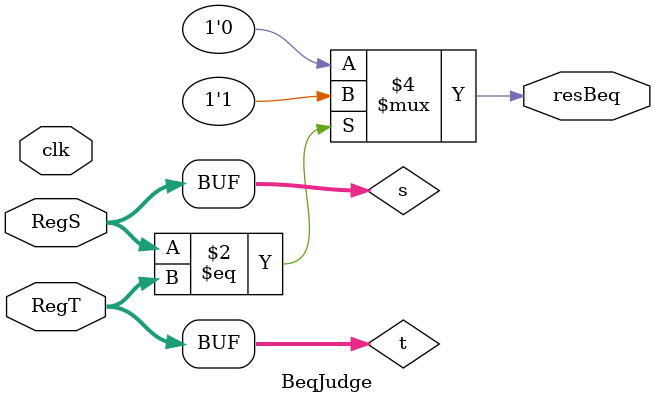
<source format=sv>
`timescale 1us/1us

module BeqJudge(
    input clk,
    input [31:0] RegS,
    input [31:0] RegT,
    output reg resBeq
);  
    reg [31:0] s;
    reg [31:0] t;

    always @(RegS or RegT) begin
        s = RegS;
        t = RegT;
        if (s == t)
            begin
//                $display("1 RegS = %x, RegT = %x", s, t);
                resBeq <= 1;
            end
        else 
            begin
//                $display("0 RegS = %x, RegT = %x", s, t);
                 resBeq <= 0;  
            end
    end


endmodule
</source>
